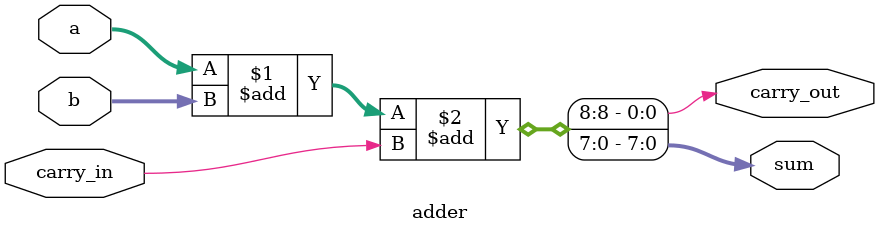
<source format=v>
  module adder
#(parameter WIDTH=8)
(
    input               carry_in,
    input  [WIDTH-1: 0] a,
    input  [WIDTH-1: 0] b,
    output [WIDTH-1: 0] sum,
    output              carry_out
);

    assign {carry_out, sum} = a + b + carry_in;

endmodule
</source>
